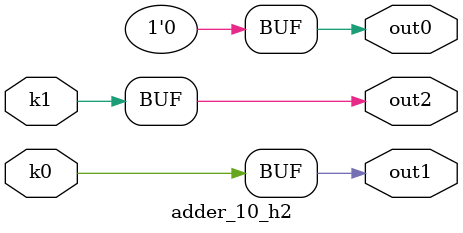
<source format=v>
module adder_10(pi0, pi1, pi2, pi3, pi4, po0, po1, po2);
input pi0, pi1, pi2, pi3, pi4;
output po0, po1, po2;
wire k0, k1;
adder_10_w2 DUT1 (pi0, pi1, pi2, pi3, pi4, k0, k1);
adder_10_h2 DUT2 (k0, k1, po0, po1, po2);
endmodule

module adder_10_w2(in4, in3, in2, in1, in0, k1, k0);
input in4, in3, in2, in1, in0;
output k1, k0;
assign k0 =   ((in3 ^ in1) & ((in4 & (in2 | ~in0)) | (in2 & ~in0))) | (((~in2 & in0) | (~in4 & (~in2 | in0))) & (~in3 ^ in1));
assign k1 =   in4 ? (~in2 ^ in0) : (in2 ^ in0);
endmodule

module adder_10_h2(k1, k0, out2, out1, out0);
input k1, k0;
output out2, out1, out0;
assign out0 = 0;
assign out1 = k0;
assign out2 = k1;
endmodule

</source>
